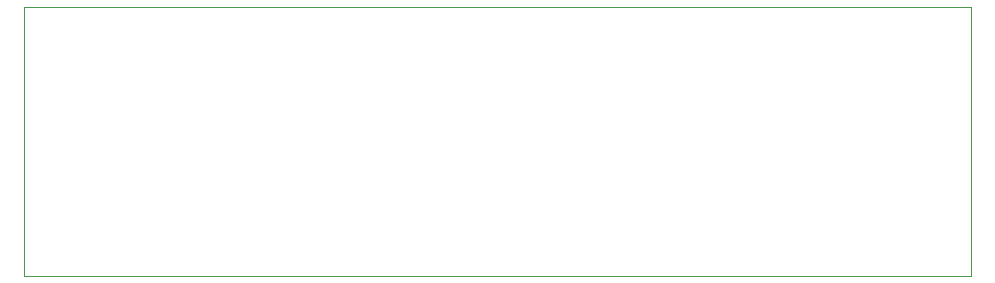
<source format=gbr>
%TF.GenerationSoftware,KiCad,Pcbnew,(6.0.6-0)*%
%TF.CreationDate,2023-07-30T17:28:14+02:00*%
%TF.ProjectId,SR23_T04_Avionics_V1-0-0,53523233-5f54-4303-945f-4176696f6e69,rev?*%
%TF.SameCoordinates,Original*%
%TF.FileFunction,Profile,NP*%
%FSLAX46Y46*%
G04 Gerber Fmt 4.6, Leading zero omitted, Abs format (unit mm)*
G04 Created by KiCad (PCBNEW (6.0.6-0)) date 2023-07-30 17:28:14*
%MOMM*%
%LPD*%
G01*
G04 APERTURE LIST*
%TA.AperFunction,Profile*%
%ADD10C,0.100000*%
%TD*%
G04 APERTURE END LIST*
D10*
X179705000Y-87630000D02*
X99568000Y-87630000D01*
X99568000Y-87630000D02*
X99568000Y-110363000D01*
X99568000Y-110363000D02*
X179705000Y-110363000D01*
X179705000Y-110363000D02*
X179705000Y-87630000D01*
M02*

</source>
